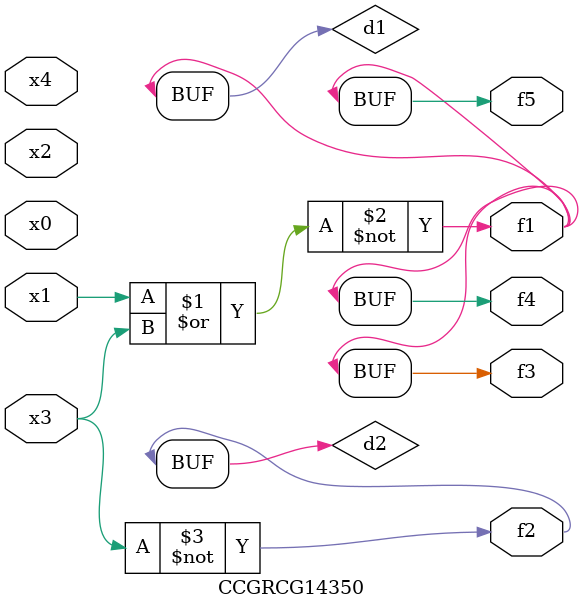
<source format=v>
module CCGRCG14350(
	input x0, x1, x2, x3, x4,
	output f1, f2, f3, f4, f5
);

	wire d1, d2;

	nor (d1, x1, x3);
	not (d2, x3);
	assign f1 = d1;
	assign f2 = d2;
	assign f3 = d1;
	assign f4 = d1;
	assign f5 = d1;
endmodule

</source>
